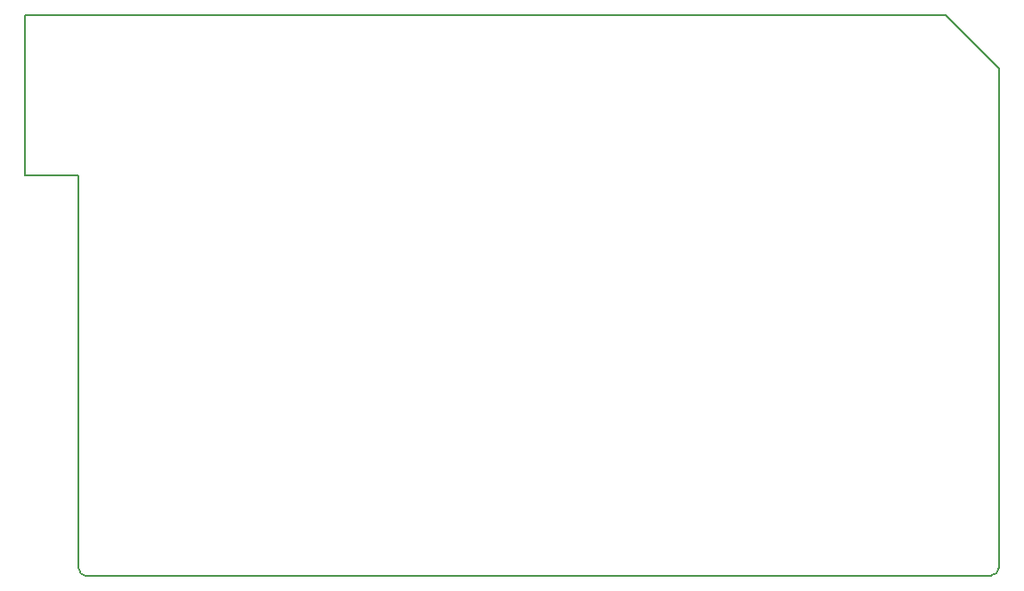
<source format=gbr>
%TF.GenerationSoftware,KiCad,Pcbnew,8.0.8*%
%TF.CreationDate,2025-03-25T01:40:29-04:00*%
%TF.ProjectId,SmartValvePCBv2,536d6172-7456-4616-9c76-655043427632,rev?*%
%TF.SameCoordinates,Original*%
%TF.FileFunction,Profile,NP*%
%FSLAX46Y46*%
G04 Gerber Fmt 4.6, Leading zero omitted, Abs format (unit mm)*
G04 Created by KiCad (PCBNEW 8.0.8) date 2025-03-25 01:40:29*
%MOMM*%
%LPD*%
G01*
G04 APERTURE LIST*
%TA.AperFunction,Profile*%
%ADD10C,0.150000*%
%TD*%
G04 APERTURE END LIST*
D10*
X100000000Y-61900000D02*
X100000000Y-99238000D01*
X187500000Y-61855000D02*
X187500000Y-96145000D01*
X165278000Y-100000000D02*
X100762000Y-100000000D01*
X186536855Y-99987938D02*
X186734855Y-99942938D01*
X187500000Y-96145000D02*
X187499452Y-98492461D01*
X186360000Y-100000000D02*
X186536855Y-99987938D01*
X100762000Y-46660000D02*
X163500000Y-46660000D01*
X100762000Y-46660000D02*
X94920000Y-46660000D01*
X100762000Y-100000000D02*
G75*
G02*
X100000000Y-99238000I0J762000D01*
G01*
X165278000Y-100000000D02*
X184000000Y-100000000D01*
X187496855Y-98672938D02*
X187499452Y-98492461D01*
X163500000Y-46660000D02*
X182420000Y-46615000D01*
X94920000Y-46660000D02*
X94920000Y-61900000D01*
X182420000Y-46615000D02*
X184960000Y-49155000D01*
X94920000Y-61900000D02*
X100000000Y-61900000D01*
X184000000Y-100000000D02*
X186360000Y-100000000D01*
X184960000Y-49155000D02*
X187500000Y-51695000D01*
X187496855Y-99180938D02*
G75*
G02*
X186734855Y-99942855I-761955J38D01*
G01*
X187500000Y-51695000D02*
X187500000Y-61855000D01*
X187496855Y-98672938D02*
X187496855Y-99180938D01*
M02*

</source>
